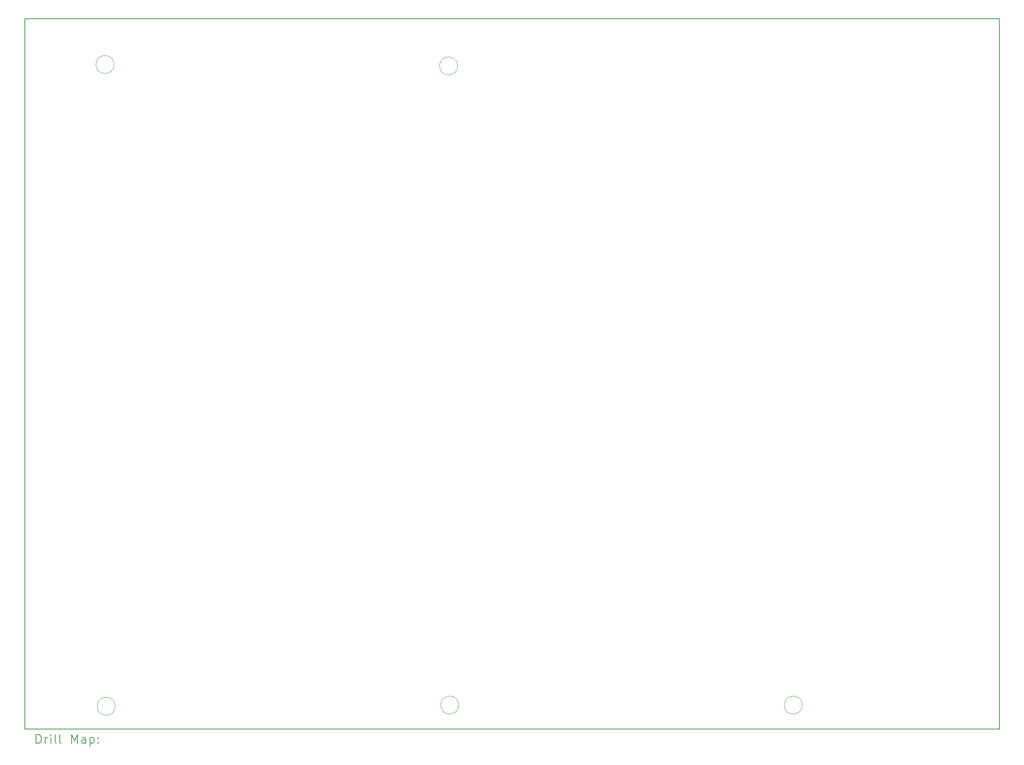
<source format=gbr>
%TF.GenerationSoftware,KiCad,Pcbnew,7.0.5*%
%TF.CreationDate,2023-08-20T22:51:19-05:00*%
%TF.ProjectId,ibm5161-backplane,69626d35-3136-4312-9d62-61636b706c61,rev?*%
%TF.SameCoordinates,Original*%
%TF.FileFunction,Drillmap*%
%TF.FilePolarity,Positive*%
%FSLAX45Y45*%
G04 Gerber Fmt 4.5, Leading zero omitted, Abs format (unit mm)*
G04 Created by KiCad (PCBNEW 7.0.5) date 2023-08-20 22:51:19*
%MOMM*%
%LPD*%
G01*
G04 APERTURE LIST*
%ADD10C,0.100000*%
%ADD11C,0.150000*%
%ADD12C,0.200000*%
G04 APERTURE END LIST*
D10*
X20188200Y-17038600D02*
G75*
G03*
X20188200Y-17038600I-200000J0D01*
G01*
X12568200Y-2890800D02*
G75*
G03*
X12568200Y-2890800I-200000J0D01*
G01*
X12593600Y-17038600D02*
G75*
G03*
X12593600Y-17038600I-200000J0D01*
G01*
X4999000Y-17064000D02*
G75*
G03*
X4999000Y-17064000I-200000J0D01*
G01*
X4970400Y-2859790D02*
G75*
G03*
X4970400Y-2859790I-200000J0D01*
G01*
D11*
X2996320Y-1844000D02*
X24545680Y-1844000D01*
X24545680Y-17566600D01*
X2996320Y-17566600D01*
X2996320Y-1844000D01*
D12*
X3249597Y-17885584D02*
X3249597Y-17685584D01*
X3249597Y-17685584D02*
X3297216Y-17685584D01*
X3297216Y-17685584D02*
X3325787Y-17695108D01*
X3325787Y-17695108D02*
X3344835Y-17714155D01*
X3344835Y-17714155D02*
X3354359Y-17733203D01*
X3354359Y-17733203D02*
X3363882Y-17771298D01*
X3363882Y-17771298D02*
X3363882Y-17799870D01*
X3363882Y-17799870D02*
X3354359Y-17837965D01*
X3354359Y-17837965D02*
X3344835Y-17857012D01*
X3344835Y-17857012D02*
X3325787Y-17876060D01*
X3325787Y-17876060D02*
X3297216Y-17885584D01*
X3297216Y-17885584D02*
X3249597Y-17885584D01*
X3449597Y-17885584D02*
X3449597Y-17752250D01*
X3449597Y-17790346D02*
X3459121Y-17771298D01*
X3459121Y-17771298D02*
X3468644Y-17761774D01*
X3468644Y-17761774D02*
X3487692Y-17752250D01*
X3487692Y-17752250D02*
X3506740Y-17752250D01*
X3573406Y-17885584D02*
X3573406Y-17752250D01*
X3573406Y-17685584D02*
X3563882Y-17695108D01*
X3563882Y-17695108D02*
X3573406Y-17704631D01*
X3573406Y-17704631D02*
X3582930Y-17695108D01*
X3582930Y-17695108D02*
X3573406Y-17685584D01*
X3573406Y-17685584D02*
X3573406Y-17704631D01*
X3697216Y-17885584D02*
X3678168Y-17876060D01*
X3678168Y-17876060D02*
X3668644Y-17857012D01*
X3668644Y-17857012D02*
X3668644Y-17685584D01*
X3801978Y-17885584D02*
X3782930Y-17876060D01*
X3782930Y-17876060D02*
X3773406Y-17857012D01*
X3773406Y-17857012D02*
X3773406Y-17685584D01*
X4030549Y-17885584D02*
X4030549Y-17685584D01*
X4030549Y-17685584D02*
X4097216Y-17828441D01*
X4097216Y-17828441D02*
X4163882Y-17685584D01*
X4163882Y-17685584D02*
X4163882Y-17885584D01*
X4344835Y-17885584D02*
X4344835Y-17780822D01*
X4344835Y-17780822D02*
X4335311Y-17761774D01*
X4335311Y-17761774D02*
X4316264Y-17752250D01*
X4316264Y-17752250D02*
X4278168Y-17752250D01*
X4278168Y-17752250D02*
X4259121Y-17761774D01*
X4344835Y-17876060D02*
X4325787Y-17885584D01*
X4325787Y-17885584D02*
X4278168Y-17885584D01*
X4278168Y-17885584D02*
X4259121Y-17876060D01*
X4259121Y-17876060D02*
X4249597Y-17857012D01*
X4249597Y-17857012D02*
X4249597Y-17837965D01*
X4249597Y-17837965D02*
X4259121Y-17818917D01*
X4259121Y-17818917D02*
X4278168Y-17809393D01*
X4278168Y-17809393D02*
X4325787Y-17809393D01*
X4325787Y-17809393D02*
X4344835Y-17799870D01*
X4440073Y-17752250D02*
X4440073Y-17952250D01*
X4440073Y-17761774D02*
X4459121Y-17752250D01*
X4459121Y-17752250D02*
X4497216Y-17752250D01*
X4497216Y-17752250D02*
X4516264Y-17761774D01*
X4516264Y-17761774D02*
X4525787Y-17771298D01*
X4525787Y-17771298D02*
X4535311Y-17790346D01*
X4535311Y-17790346D02*
X4535311Y-17847489D01*
X4535311Y-17847489D02*
X4525787Y-17866536D01*
X4525787Y-17866536D02*
X4516264Y-17876060D01*
X4516264Y-17876060D02*
X4497216Y-17885584D01*
X4497216Y-17885584D02*
X4459121Y-17885584D01*
X4459121Y-17885584D02*
X4440073Y-17876060D01*
X4621025Y-17866536D02*
X4630549Y-17876060D01*
X4630549Y-17876060D02*
X4621025Y-17885584D01*
X4621025Y-17885584D02*
X4611502Y-17876060D01*
X4611502Y-17876060D02*
X4621025Y-17866536D01*
X4621025Y-17866536D02*
X4621025Y-17885584D01*
X4621025Y-17761774D02*
X4630549Y-17771298D01*
X4630549Y-17771298D02*
X4621025Y-17780822D01*
X4621025Y-17780822D02*
X4611502Y-17771298D01*
X4611502Y-17771298D02*
X4621025Y-17761774D01*
X4621025Y-17761774D02*
X4621025Y-17780822D01*
M02*

</source>
